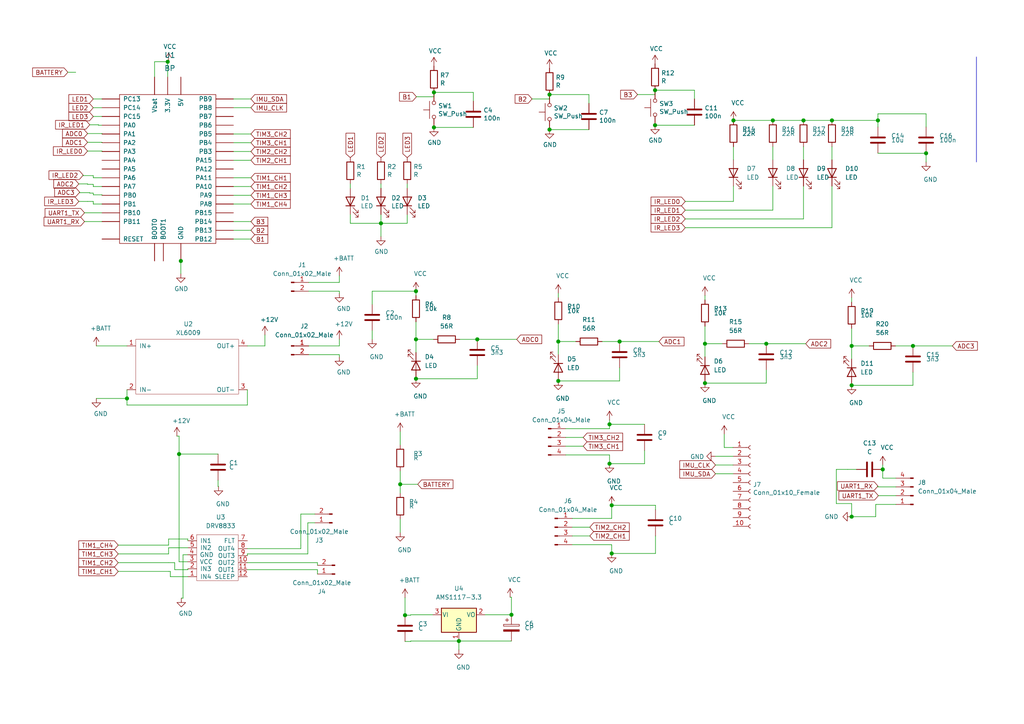
<source format=kicad_sch>
(kicad_sch (version 20200828) (generator eeschema)
  (page 1 1)
  (paper "A4")
  (lib_symbols
    (symbol "Connector:Conn_01x02_Male" (pin_names (offset 1.016) hide)
      (property "Reference" "J" (at 0 2.54 0))
      (property "Value" "Conn_01x02_Male" (at 0 -5.08 0))
      (symbol "Conn_01x02_Male_1_1"
        (pin passive line (at 5.08 0 180) (length 3.81) (name "Pin_1") (number "1"))
        (pin passive line (at 5.08 -2.54 180) (length 3.81) (name "Pin_2") (number "2"))
      )
    )
    (symbol "Connector:Conn_01x04_Male" (pin_names (offset 1.016) hide)
      (property "Reference" "J" (at 0 5.08 0))
      (property "Value" "Conn_01x04_Male" (at 0 -7.62 0))
      (symbol "Conn_01x04_Male_1_1"
        (pin passive line (at 5.08 2.54 180) (length 3.81) (name "Pin_1") (number "1"))
        (pin passive line (at 5.08 0 180) (length 3.81) (name "Pin_2") (number "2"))
        (pin passive line (at 5.08 -2.54 180) (length 3.81) (name "Pin_3") (number "3"))
        (pin passive line (at 5.08 -5.08 180) (length 3.81) (name "Pin_4") (number "4"))
      )
    )
    (symbol "Connector:Conn_01x10_Female" (pin_names (offset 1.016) hide)
      (property "Reference" "J" (at 0 12.7 0))
      (property "Value" "Conn_01x10_Female" (at 0 -15.24 0))
      (symbol "Conn_01x10_Female_1_1"
        (pin passive line (at -5.08 10.16 0) (length 3.81) (name "Pin_1") (number "1"))
        (pin passive line (at -5.08 -12.7 0) (length 3.81) (name "Pin_10") (number "10"))
        (pin passive line (at -5.08 7.62 0) (length 3.81) (name "Pin_2") (number "2"))
        (pin passive line (at -5.08 5.08 0) (length 3.81) (name "Pin_3") (number "3"))
        (pin passive line (at -5.08 2.54 0) (length 3.81) (name "Pin_4") (number "4"))
        (pin passive line (at -5.08 0 0) (length 3.81) (name "Pin_5") (number "5"))
        (pin passive line (at -5.08 -2.54 0) (length 3.81) (name "Pin_6") (number "6"))
        (pin passive line (at -5.08 -5.08 0) (length 3.81) (name "Pin_7") (number "7"))
        (pin passive line (at -5.08 -7.62 0) (length 3.81) (name "Pin_8") (number "8"))
        (pin passive line (at -5.08 -10.16 0) (length 3.81) (name "Pin_9") (number "9"))
      )
    )
    (symbol "Device:C" (pin_numbers hide) (pin_names (offset 0.254))
      (property "Reference" "C" (at 0.635 2.54 0))
      (property "Value" "C" (at 0.635 -2.54 0))
      (symbol "C_1_1"
        (pin passive line (at 0 3.81 270) (length 2.794) (name "~") (number "1"))
        (pin passive line (at 0 -3.81 90) (length 2.794) (name "~") (number "2"))
      )
    )
    (symbol "Device:CP" (pin_numbers hide) (pin_names (offset 0.254))
      (property "Reference" "C" (at 0.635 2.54 0))
      (property "Value" "CP" (at 0.635 -2.54 0))
      (symbol "CP_1_1"
        (pin passive line (at 0 3.81 270) (length 2.794) (name "~") (number "1"))
        (pin passive line (at 0 -3.81 90) (length 2.794) (name "~") (number "2"))
      )
    )
    (symbol "Device:LED" (pin_numbers hide) (pin_names (offset 1.016) hide)
      (property "Reference" "D" (at 0 2.54 0))
      (property "Value" "LED" (at 0 -2.54 0))
      (symbol "LED_1_1"
        (pin passive line (at -3.81 0 0) (length 2.54) (name "K") (number "1"))
        (pin passive line (at 3.81 0 180) (length 2.54) (name "A") (number "2"))
      )
    )
    (symbol "Device:R" (pin_numbers hide) (pin_names (offset 0))
      (property "Reference" "R" (at 2.032 0 90))
      (property "Value" "R" (at 0 0 90))
      (symbol "R_1_1"
        (pin passive line (at 0 3.81 270) (length 1.27) (name "~") (number "1"))
        (pin passive line (at 0 -3.81 90) (length 1.27) (name "~") (number "2"))
      )
    )
    (symbol "Regulator_Linear:AMS1117-3.3" (pin_names (offset 0.254))
      (property "Reference" "U" (at -3.81 3.175 0))
      (property "Value" "AMS1117-3.3" (at 0 3.175 0))
      (symbol "AMS1117-3.3_1_1"
        (pin power_in line (at 0 -7.62 90) (length 2.54) (name "GND") (number "1"))
        (pin power_out line (at 7.62 0 180) (length 2.54) (name "VO") (number "2"))
        (pin power_in line (at -7.62 0 0) (length 2.54) (name "VI") (number "3"))
      )
    )
    (symbol "Switch:SW_Push" (pin_numbers hide) (pin_names (offset 1.016) hide)
      (property "Reference" "SW" (at 1.27 2.54 0))
      (property "Value" "SW_Push" (at 0 -1.524 0))
      (symbol "SW_Push_0_1"
        (pin passive line (at -5.08 0 0) (length 2.54) (name "1") (number "1"))
        (pin passive line (at 5.08 0 180) (length 2.54) (name "2") (number "2"))
      )
    )
    (symbol "cheap_mouse:BP" (pin_numbers hide) (pin_names (offset 1.016))
      (property "Reference" "U" (at -12.7 22.86 0))
      (property "Value" "BP" (at 7.62 -24.13 0))
      (symbol "BP_1_1"
        (pin power_out line (at 3.81 -26.67 90) (length 5.08) (name "GND") (number "G"))
        (pin power_out line (at 3.81 26.67 270) (length 5.08) (name "5V") (number "5V"))
        (pin bidirectional line (at -19.05 12.7 0) (length 5.08) (name "PA0") (number "PA0"))
        (pin bidirectional line (at -19.05 -7.62 0) (length 5.08) (name "PB0") (number "PB0"))
        (pin bidirectional line (at -19.05 10.16 0) (length 5.08) (name "PA1") (number "PA1"))
        (pin bidirectional line (at -19.05 -10.16 0) (length 5.08) (name "PB1") (number "PB1"))
        (pin bidirectional line (at -19.05 7.62 0) (length 5.08) (name "PA2") (number "PA2"))
        (pin input line (at -1.27 -26.67 90) (length 5.08) (name "BOOT1") (number "PB2"))
        (pin bidirectional line (at -19.05 5.08 0) (length 5.08) (name "PA3") (number "PA3"))
        (pin bidirectional line (at 19.05 5.08 180) (length 5.08) (name "PB3") (number "PB3"))
        (pin power_out line (at 0 26.67 270) (length 5.08) (name "3.3V") (number "3V3"))
        (pin bidirectional line (at -19.05 2.54 0) (length 5.08) (name "PA4") (number "PA4"))
        (pin bidirectional line (at 19.05 7.62 180) (length 5.08) (name "PB4") (number "PB4"))
        (pin bidirectional line (at -19.05 0 0) (length 5.08) (name "PA5") (number "PA5"))
        (pin bidirectional line (at 19.05 10.16 180) (length 5.08) (name "PB5") (number "PB5"))
        (pin bidirectional line (at -19.05 -2.54 0) (length 5.08) (name "PA6") (number "PA6"))
        (pin bidirectional line (at 19.05 12.7 180) (length 5.08) (name "PB6") (number "PB6"))
        (pin bidirectional line (at -19.05 -5.08 0) (length 5.08) (name "PA7") (number "PA7"))
        (pin bidirectional line (at 19.05 15.24 180) (length 5.08) (name "PB7") (number "PB7"))
        (pin bidirectional line (at 19.05 -10.16 180) (length 5.08) (name "PA8") (number "PA8"))
        (pin bidirectional line (at 19.05 17.78 180) (length 5.08) (name "PB8") (number "PB8"))
        (pin bidirectional line (at 19.05 -7.62 180) (length 5.08) (name "PA9") (number "PA9"))
        (pin bidirectional line (at 19.05 20.32 180) (length 5.08) (name "PB9") (number "PB9"))
        (pin bidirectional line (at 19.05 -5.08 180) (length 5.08) (name "PA10") (number "PA10"))
        (pin bidirectional line (at -19.05 -12.7 0) (length 5.08) (name "PB10") (number "PB10"))
        (pin bidirectional line (at 19.05 -2.54 180) (length 5.08) (name "PA11") (number "PA11"))
        (pin bidirectional line (at -19.05 -15.24 0) (length 5.08) (name "PB11") (number "PB11"))
        (pin bidirectional line (at 19.05 0 180) (length 5.08) (name "PA12") (number "PA12"))
        (pin bidirectional line (at 19.05 -20.32 180) (length 5.08) (name "PB12") (number "PB12"))
        (pin bidirectional line (at 19.05 -17.78 180) (length 5.08) (name "PB13") (number "PB13"))
        (pin bidirectional line (at -19.05 20.32 0) (length 5.08) (name "PC13") (number "PC13"))
        (pin bidirectional line (at 19.05 -15.24 180) (length 5.08) (name "PB14") (number "PB14"))
        (pin bidirectional line (at -19.05 17.78 0) (length 5.08) (name "PC14") (number "PC14"))
        (pin bidirectional line (at 19.05 2.54 180) (length 5.08) (name "PA15") (number "PA15"))
        (pin bidirectional line (at 19.05 -12.7 180) (length 5.08) (name "PB15") (number "PB15"))
        (pin bidirectional line (at -19.05 15.24 0) (length 5.08) (name "PC15") (number "PC15"))
        (pin power_in line (at -3.81 26.67 270) (length 5.08) (name "Vbat") (number "VBAT"))
        (pin input line (at -3.81 -26.67 90) (length 5.08) (name "BOOT0") (number "BOOT"))
        (pin input line (at -19.05 -20.32 0) (length 5.08) (name "RESET") (number "NRST"))
      )
    )
    (symbol "cheap_mouse:DRV8833" (pin_names (offset 1.016))
      (property "Reference" "U" (at 0 0 0))
      (property "Value" "DRV8833" (at 0 -2.54 0))
      (symbol "DRV8833_1_1"
        (pin input line (at 8.89 10.922 180) (length 2.54) (name "IN4") (number "1"))
        (pin input line (at 8.89 8.636 180) (length 2.54) (name "IN3") (number "2"))
        (pin power_in line (at 9.017 4.572 180) (length 2.54) (name "GND") (number "4"))
        (pin power_in line (at 9.017 6.604 180) (length 2.54) (name "VCC") (number "3"))
        (pin input line (at 8.89 2.54 180) (length 2.54) (name "IN2") (number "5"))
        (pin input line (at 8.89 0.508 180) (length 2.54) (name "IN1") (number "6"))
        (pin input line (at -8.382 0.508 0) (length 2.54) (name "FLT") (number "7"))
        (pin input line (at -8.382 2.794 0) (length 2.54) (name "OUT4") (number "8"))
        (pin power_in line (at -8.382 4.826 0) (length 2.54) (name "OUT3") (number "9"))
        (pin power_in line (at -8.382 6.858 0) (length 2.54) (name "OUT2") (number "10"))
        (pin power_out line (at -8.382 8.89 0) (length 2.54) (name "OUT1") (number "11"))
        (pin input line (at -8.382 10.922 0) (length 2.54) (name "SLEEP") (number "12"))
      )
    )
    (symbol "cheap_mouse:XL6009" (pin_names (offset 1.016))
      (property "Reference" "U" (at 0 0 0))
      (property "Value" "XL6009" (at 0 -3.175 0))
      (symbol "XL6009_1_1"
        (pin power_in line (at -18.415 12.065 0) (length 2.54) (name "IN+") (number "1"))
        (pin power_in line (at -18.415 -0.635 0) (length 2.54) (name "IN-") (number "2"))
        (pin power_out line (at 16.51 12.065 180) (length 2.54) (name "OUT+") (number "4"))
        (pin power_out line (at 16.51 -0.635 180) (length 2.54) (name "OUT-") (number "3"))
      )
    )
    (symbol "power:+12V" (power) (pin_names (offset 0))
      (property "Value" "+12V" (at 0 3.556 0))
      (symbol "+12V_1_1"
        (pin power_in line (at 0 0 90) (length 0) hide (name "+12V") (number "1"))
      )
    )
    (symbol "power:+BATT" (power) (pin_names (offset 0))
      (property "Value" "+BATT" (at 0 3.556 0))
      (symbol "+BATT_1_1"
        (pin power_in line (at 0 0 90) (length 0) hide (name "+BATT") (number "1"))
      )
    )
    (symbol "power:GND" (power) (pin_names (offset 0))
      (property "Value" "GND" (at 0 -3.81 0))
      (symbol "GND_1_1"
        (pin power_in line (at 0 0 270) (length 0) hide (name "GND") (number "1"))
      )
    )
    (symbol "power:VCC" (power) (pin_names (offset 0))
      (property "Value" "VCC" (at 0 3.81 0))
      (symbol "VCC_1_1"
        (pin power_in line (at 0 0 90) (length 0) hide (name "VCC") (number "1"))
      )
    )
  )
  (junction (at 36.83 115.57) (diameter 1.016))
  (junction (at 48.641 17.907) (diameter 1.016))
  (junction (at 51.943 131.699) (diameter 1.016))
  (junction (at 52.451 75.692) (diameter 1.016))
  (junction (at 110.49 64.77) (diameter 1.016))
  (junction (at 116.078 140.462) (diameter 1.016))
  (junction (at 117.475 178.435) (diameter 1.016))
  (junction (at 120.65 84.455) (diameter 1.016))
  (junction (at 120.65 98.425) (diameter 1.016))
  (junction (at 120.65 109.855) (diameter 1.016))
  (junction (at 125.857 26.797) (diameter 1.016))
  (junction (at 125.857 36.957) (diameter 1.016))
  (junction (at 133.096 185.928) (diameter 1.016))
  (junction (at 138.43 98.425) (diameter 1.016))
  (junction (at 148.336 178.308) (diameter 1.016))
  (junction (at 159.385 27.432) (diameter 1.016))
  (junction (at 159.385 37.592) (diameter 1.016))
  (junction (at 161.925 99.06) (diameter 1.016))
  (junction (at 161.925 110.49) (diameter 1.016))
  (junction (at 176.784 123.063) (diameter 1.016))
  (junction (at 176.784 134.493) (diameter 1.016))
  (junction (at 177.419 146.558) (diameter 1.016))
  (junction (at 177.419 160.528) (diameter 1.016))
  (junction (at 179.705 99.06) (diameter 1.016))
  (junction (at 189.992 26.162) (diameter 1.016))
  (junction (at 189.992 36.322) (diameter 1.016))
  (junction (at 204.47 99.695) (diameter 1.016))
  (junction (at 204.47 111.125) (diameter 1.016))
  (junction (at 212.725 34.925) (diameter 1.016))
  (junction (at 222.25 99.695) (diameter 1.016))
  (junction (at 224.155 34.925) (diameter 1.016))
  (junction (at 233.045 34.925) (diameter 1.016))
  (junction (at 241.3 34.925) (diameter 1.016))
  (junction (at 247.015 100.33) (diameter 1.016))
  (junction (at 247.015 111.76) (diameter 1.016))
  (junction (at 247.015 149.86) (diameter 1.016))
  (junction (at 254.635 34.925) (diameter 1.016))
  (junction (at 256.032 136.144) (diameter 1.016))
  (junction (at 264.795 100.33) (diameter 1.016))
  (junction (at 268.605 44.45) (diameter 1.016))
  (wire (pts (xy 19.685 20.955) (xy 21.971 20.955)))
  (wire (pts (xy 22.86 58.42) (xy 25.4 58.42)))
  (wire (pts (xy 23.114 55.753) (xy 23.114 55.88)))
  (wire (pts (xy 23.114 55.88) (xy 26.035 55.88)))
  (wire (pts (xy 24.13 50.927) (xy 24.13 50.8)))
  (wire (pts (xy 24.511 61.722) (xy 29.591 61.722)))
  (wire (pts (xy 24.511 64.262) (xy 29.591 64.262)))
  (wire (pts (xy 25.4 38.735) (xy 29.591 38.735)))
  (wire (pts (xy 25.4 41.275) (xy 29.591 41.275)))
  (wire (pts (xy 25.4 43.815) (xy 29.591 43.815)))
  (wire (pts (xy 25.4 53.34) (xy 22.86 53.34)))
  (wire (pts (xy 25.4 53.467) (xy 25.4 53.34)))
  (wire (pts (xy 25.4 58.42) (xy 27.051 58.42)))
  (wire (pts (xy 26.035 36.195) (xy 28.575 36.195)))
  (wire (pts (xy 26.035 56.007) (xy 26.035 55.88)))
  (wire (pts (xy 27.051 50.927) (xy 24.13 50.927)))
  (wire (pts (xy 27.051 51.562) (xy 27.051 50.927)))
  (wire (pts (xy 27.051 53.467) (xy 25.4 53.467)))
  (wire (pts (xy 27.051 54.102) (xy 27.051 53.467)))
  (wire (pts (xy 27.051 56.007) (xy 26.035 56.007)))
  (wire (pts (xy 27.051 56.515) (xy 27.051 56.007)))
  (wire (pts (xy 27.051 59.182) (xy 27.051 58.42)))
  (wire (pts (xy 27.94 100.33) (xy 36.83 100.33)))
  (wire (pts (xy 28.575 36.322) (xy 28.575 36.195)))
  (wire (pts (xy 29.591 28.702) (xy 27.051 28.702)))
  (wire (pts (xy 29.591 31.242) (xy 27.051 31.242)))
  (wire (pts (xy 29.591 33.782) (xy 27.051 33.782)))
  (wire (pts (xy 29.591 36.322) (xy 28.575 36.322)))
  (wire (pts (xy 29.591 38.735) (xy 29.591 38.862)))
  (wire (pts (xy 29.591 41.275) (xy 29.591 41.402)))
  (wire (pts (xy 29.591 43.815) (xy 29.591 43.942)))
  (wire (pts (xy 29.591 51.562) (xy 27.051 51.562)))
  (wire (pts (xy 29.591 54.102) (xy 27.051 54.102)))
  (wire (pts (xy 29.591 56.515) (xy 27.051 56.515)))
  (wire (pts (xy 29.591 56.515) (xy 29.591 56.642)))
  (wire (pts (xy 29.591 59.182) (xy 27.051 59.182)))
  (wire (pts (xy 34.29 158.115) (xy 48.895 158.115)))
  (wire (pts (xy 34.29 160.655) (xy 48.895 160.655)))
  (wire (pts (xy 34.29 163.195) (xy 48.895 163.195)))
  (wire (pts (xy 34.29 165.735) (xy 48.895 165.735)))
  (wire (pts (xy 36.83 113.03) (xy 36.83 115.57)))
  (wire (pts (xy 36.83 115.57) (xy 27.94 115.57)))
  (wire (pts (xy 36.83 117.475) (xy 36.83 115.57)))
  (wire (pts (xy 44.831 17.907) (xy 44.831 22.352)))
  (wire (pts (xy 48.641 17.907) (xy 44.831 17.907)))
  (wire (pts (xy 48.641 17.907) (xy 48.895 17.907)))
  (wire (pts (xy 48.641 22.352) (xy 48.641 17.907)))
  (wire (pts (xy 48.895 156.337) (xy 54.483 156.337)))
  (wire (pts (xy 48.895 158.115) (xy 48.895 156.337)))
  (wire (pts (xy 48.895 158.877) (xy 48.895 160.655)))
  (wire (pts (xy 48.895 158.877) (xy 54.483 158.877)))
  (wire (pts (xy 48.895 163.195) (xy 50.673 163.195)))
  (wire (pts (xy 49.403 165.735) (xy 48.895 165.735)))
  (wire (pts (xy 49.403 167.259) (xy 49.403 165.735)))
  (wire (pts (xy 50.673 163.195) (xy 50.673 165.227)))
  (wire (pts (xy 50.673 165.227) (xy 54.483 165.227)))
  (wire (pts (xy 51.943 126.492) (xy 51.308 126.492)))
  (wire (pts (xy 51.943 126.492) (xy 51.943 131.699)))
  (wire (pts (xy 51.943 131.699) (xy 51.943 162.941)))
  (wire (pts (xy 51.943 131.699) (xy 63.246 131.699)))
  (wire (pts (xy 51.943 162.941) (xy 54.356 162.941)))
  (wire (pts (xy 52.451 75.565) (xy 52.451 75.692)))
  (wire (pts (xy 52.451 75.692) (xy 52.451 79.375)))
  (wire (pts (xy 53.086 160.909) (xy 53.086 173.482)))
  (wire (pts (xy 53.086 173.482) (xy 52.578 173.482)))
  (wire (pts (xy 54.356 160.909) (xy 53.086 160.909)))
  (wire (pts (xy 54.483 156.337) (xy 54.483 156.845)))
  (wire (pts (xy 54.483 165.227) (xy 54.483 164.973)))
  (wire (pts (xy 54.483 167.259) (xy 49.403 167.259)))
  (wire (pts (xy 63.246 139.319) (xy 63.246 141.097)))
  (wire (pts (xy 63.246 141.097) (xy 63.373 141.097)))
  (wire (pts (xy 67.691 31.242) (xy 72.771 31.242)))
  (wire (pts (xy 67.691 43.942) (xy 72.771 43.942)))
  (wire (pts (xy 67.691 46.482) (xy 72.771 46.482)))
  (wire (pts (xy 67.691 51.562) (xy 72.771 51.562)))
  (wire (pts (xy 67.691 54.102) (xy 72.771 54.102)))
  (wire (pts (xy 67.691 56.642) (xy 72.771 56.642)))
  (wire (pts (xy 67.691 59.182) (xy 72.771 59.182)))
  (wire (pts (xy 71.755 100.33) (xy 76.835 100.33)))
  (wire (pts (xy 71.755 113.03) (xy 71.755 117.475)))
  (wire (pts (xy 71.755 117.475) (xy 36.83 117.475)))
  (wire (pts (xy 71.755 159.131) (xy 87.249 159.131)))
  (wire (pts (xy 71.755 160.655) (xy 71.755 161.163)))
  (wire (pts (xy 71.755 163.195) (xy 92.075 163.195)))
  (wire (pts (xy 72.771 28.702) (xy 67.691 28.702)))
  (wire (pts (xy 72.771 38.862) (xy 67.691 38.862)))
  (wire (pts (xy 72.771 41.402) (xy 67.691 41.402)))
  (wire (pts (xy 72.771 64.262) (xy 67.691 64.262)))
  (wire (pts (xy 72.771 66.802) (xy 67.691 66.802)))
  (wire (pts (xy 72.771 69.342) (xy 67.691 69.342)))
  (wire (pts (xy 76.835 100.33) (xy 76.835 97.155)))
  (wire (pts (xy 87.249 149.098) (xy 91.313 149.098)))
  (wire (pts (xy 87.249 158.115) (xy 87.249 149.098)))
  (wire (pts (xy 87.249 159.131) (xy 87.249 158.115)))
  (wire (pts (xy 89.281 151.638) (xy 89.281 160.655)))
  (wire (pts (xy 89.281 160.655) (xy 71.755 160.655)))
  (wire (pts (xy 89.535 81.915) (xy 98.425 81.915)))
  (wire (pts (xy 89.535 84.455) (xy 98.425 84.455)))
  (wire (pts (xy 89.535 100.33) (xy 98.425 100.33)))
  (wire (pts (xy 89.535 102.87) (xy 98.425 102.87)))
  (wire (pts (xy 91.313 151.638) (xy 89.281 151.638)))
  (wire (pts (xy 92.075 163.195) (xy 92.075 163.957)))
  (wire (pts (xy 92.075 165.227) (xy 71.755 165.227)))
  (wire (pts (xy 92.075 165.735) (xy 92.075 165.227)))
  (wire (pts (xy 92.075 165.735) (xy 92.075 166.497)))
  (wire (pts (xy 98.425 81.915) (xy 98.425 80.01)))
  (wire (pts (xy 98.425 84.455) (xy 98.425 85.09)))
  (wire (pts (xy 98.425 100.33) (xy 98.425 98.425)))
  (wire (pts (xy 98.425 102.87) (xy 98.425 103.505)))
  (wire (pts (xy 101.6 53.34) (xy 101.6 54.61)))
  (wire (pts (xy 101.6 62.23) (xy 101.6 64.77)))
  (wire (pts (xy 101.6 64.77) (xy 110.49 64.77)))
  (wire (pts (xy 107.95 84.455) (xy 107.95 88.265)))
  (wire (pts (xy 107.95 95.885) (xy 107.95 98.425)))
  (wire (pts (xy 110.49 53.34) (xy 110.49 54.61)))
  (wire (pts (xy 110.49 62.23) (xy 110.49 64.77)))
  (wire (pts (xy 110.49 64.77) (xy 110.49 68.58)))
  (wire (pts (xy 110.49 64.77) (xy 118.11 64.77)))
  (wire (pts (xy 116.078 125.222) (xy 116.078 129.032)))
  (wire (pts (xy 116.078 136.652) (xy 116.078 140.462)))
  (wire (pts (xy 116.078 140.462) (xy 116.078 143.002)))
  (wire (pts (xy 116.078 140.462) (xy 121.158 140.462)))
  (wire (pts (xy 116.078 150.622) (xy 116.078 154.432)))
  (wire (pts (xy 117.475 173.355) (xy 117.475 178.435)))
  (wire (pts (xy 117.475 178.435) (xy 119.126 178.435)))
  (wire (pts (xy 117.475 186.055) (xy 119.126 186.055)))
  (wire (pts (xy 118.11 53.34) (xy 118.11 54.61)))
  (wire (pts (xy 118.11 64.77) (xy 118.11 62.23)))
  (wire (pts (xy 119.126 178.308) (xy 125.476 178.308)))
  (wire (pts (xy 119.126 178.435) (xy 119.126 178.308)))
  (wire (pts (xy 119.126 185.928) (xy 133.096 185.928)))
  (wire (pts (xy 119.126 186.055) (xy 119.126 185.928)))
  (wire (pts (xy 120.65 84.455) (xy 107.95 84.455)))
  (wire (pts (xy 120.65 84.455) (xy 120.65 85.725)))
  (wire (pts (xy 120.65 93.345) (xy 120.65 98.425)))
  (wire (pts (xy 120.65 98.425) (xy 120.65 102.235)))
  (wire (pts (xy 120.65 109.855) (xy 138.43 109.855)))
  (wire (pts (xy 120.777 28.067) (xy 125.857 28.067)))
  (wire (pts (xy 125.73 98.425) (xy 120.65 98.425)))
  (wire (pts (xy 125.857 28.067) (xy 125.857 26.797)))
  (wire (pts (xy 125.857 36.957) (xy 137.287 36.957)))
  (wire (pts (xy 133.096 185.928) (xy 133.096 188.468)))
  (wire (pts (xy 133.096 185.928) (xy 148.336 185.928)))
  (wire (pts (xy 133.35 98.425) (xy 138.43 98.425)))
  (wire (pts (xy 137.287 26.797) (xy 125.857 26.797)))
  (wire (pts (xy 137.287 29.337) (xy 137.287 26.797)))
  (wire (pts (xy 138.43 98.425) (xy 149.86 98.425)))
  (wire (pts (xy 138.43 109.855) (xy 138.43 106.045)))
  (wire (pts (xy 140.716 178.308) (xy 148.336 178.308)))
  (wire (pts (xy 148.336 173.228) (xy 147.955 173.228)))
  (wire (pts (xy 148.336 178.308) (xy 148.336 173.228)))
  (wire (pts (xy 154.305 28.702) (xy 159.385 28.702)))
  (wire (pts (xy 159.385 28.702) (xy 159.385 27.432)))
  (wire (pts (xy 159.385 37.592) (xy 170.815 37.592)))
  (wire (pts (xy 161.925 85.09) (xy 161.925 86.36)))
  (wire (pts (xy 161.925 93.98) (xy 161.925 99.06)))
  (wire (pts (xy 161.925 99.06) (xy 161.925 102.87)))
  (wire (pts (xy 161.925 110.49) (xy 179.705 110.49)))
  (wire (pts (xy 164.084 124.333) (xy 176.784 124.333)))
  (wire (pts (xy 164.084 126.873) (xy 169.164 126.873)))
  (wire (pts (xy 164.084 129.413) (xy 169.164 129.413)))
  (wire (pts (xy 164.084 131.953) (xy 176.784 131.953)))
  (wire (pts (xy 165.989 150.368) (xy 177.419 150.368)))
  (wire (pts (xy 165.989 152.908) (xy 171.069 152.908)))
  (wire (pts (xy 165.989 155.448) (xy 171.069 155.448)))
  (wire (pts (xy 165.989 157.988) (xy 177.419 157.988)))
  (wire (pts (xy 167.005 99.06) (xy 161.925 99.06)))
  (wire (pts (xy 170.815 27.432) (xy 159.385 27.432)))
  (wire (pts (xy 170.815 29.972) (xy 170.815 27.432)))
  (wire (pts (xy 174.625 99.06) (xy 179.705 99.06)))
  (wire (pts (xy 176.784 121.793) (xy 176.784 123.063)))
  (wire (pts (xy 176.784 123.063) (xy 176.784 124.333)))
  (wire (pts (xy 176.784 123.063) (xy 186.944 123.063)))
  (wire (pts (xy 176.784 131.953) (xy 176.784 134.493)))
  (wire (pts (xy 176.784 134.493) (xy 186.944 134.493)))
  (wire (pts (xy 177.419 146.558) (xy 190.119 146.558)))
  (wire (pts (xy 177.419 150.368) (xy 177.419 146.558)))
  (wire (pts (xy 177.419 157.988) (xy 177.419 160.528)))
  (wire (pts (xy 177.419 160.528) (xy 190.119 160.528)))
  (wire (pts (xy 179.705 99.06) (xy 191.135 99.06)))
  (wire (pts (xy 179.705 110.49) (xy 179.705 106.68)))
  (wire (pts (xy 184.912 27.432) (xy 189.992 27.432)))
  (wire (pts (xy 186.944 134.493) (xy 186.944 130.683)))
  (wire (pts (xy 189.992 27.432) (xy 189.992 26.162)))
  (wire (pts (xy 189.992 36.322) (xy 201.422 36.322)))
  (wire (pts (xy 190.119 146.558) (xy 190.119 147.828)))
  (wire (pts (xy 190.119 160.528) (xy 190.119 155.448)))
  (wire (pts (xy 198.755 58.42) (xy 212.725 58.42)))
  (wire (pts (xy 198.755 60.96) (xy 224.155 60.96)))
  (wire (pts (xy 198.755 63.5) (xy 233.045 63.5)))
  (wire (pts (xy 198.755 66.04) (xy 241.3 66.04)))
  (wire (pts (xy 201.422 26.162) (xy 189.992 26.162)))
  (wire (pts (xy 201.422 28.702) (xy 201.422 26.162)))
  (wire (pts (xy 204.47 85.725) (xy 204.47 86.995)))
  (wire (pts (xy 204.47 94.615) (xy 204.47 99.695)))
  (wire (pts (xy 204.47 99.695) (xy 204.47 103.505)))
  (wire (pts (xy 204.47 111.125) (xy 222.25 111.125)))
  (wire (pts (xy 207.518 132.334) (xy 212.598 132.334)))
  (wire (pts (xy 207.518 137.414) (xy 212.598 137.414)))
  (wire (pts (xy 209.55 99.695) (xy 204.47 99.695)))
  (wire (pts (xy 210.058 125.984) (xy 210.058 129.794)))
  (wire (pts (xy 210.058 129.794) (xy 212.598 129.794)))
  (wire (pts (xy 212.598 134.874) (xy 207.518 134.874)))
  (wire (pts (xy 212.725 34.925) (xy 224.155 34.925)))
  (wire (pts (xy 212.725 42.545) (xy 212.725 46.355)))
  (wire (pts (xy 212.725 53.975) (xy 212.725 58.42)))
  (wire (pts (xy 217.17 99.695) (xy 222.25 99.695)))
  (wire (pts (xy 222.25 99.695) (xy 233.68 99.695)))
  (wire (pts (xy 222.25 111.125) (xy 222.25 107.315)))
  (wire (pts (xy 224.155 34.925) (xy 233.045 34.925)))
  (wire (pts (xy 224.155 42.545) (xy 224.155 46.355)))
  (wire (pts (xy 224.155 53.975) (xy 224.155 60.96)))
  (wire (pts (xy 233.045 34.925) (xy 241.3 34.925)))
  (wire (pts (xy 233.045 42.545) (xy 233.045 46.355)))
  (wire (pts (xy 233.045 53.975) (xy 233.045 63.5)))
  (wire (pts (xy 241.3 34.925) (xy 254.635 34.925)))
  (wire (pts (xy 241.3 42.545) (xy 241.3 46.355)))
  (wire (pts (xy 241.3 53.975) (xy 241.3 66.04)))
  (wire (pts (xy 242.57 136.144) (xy 245.872 136.144)))
  (wire (pts (xy 242.57 146.05) (xy 242.57 136.144)))
  (wire (pts (xy 245.872 136.144) (xy 248.412 136.144)))
  (wire (pts (xy 247.015 86.36) (xy 247.015 87.63)))
  (wire (pts (xy 247.015 95.25) (xy 247.015 100.33)))
  (wire (pts (xy 247.015 100.33) (xy 247.015 104.14)))
  (wire (pts (xy 247.015 111.76) (xy 264.795 111.76)))
  (wire (pts (xy 247.015 146.05) (xy 242.57 146.05)))
  (wire (pts (xy 247.015 149.86) (xy 247.015 146.05)))
  (wire (pts (xy 247.015 149.86) (xy 254 149.86)))
  (wire (pts (xy 252.095 100.33) (xy 247.015 100.33)))
  (wire (pts (xy 254 146.304) (xy 259.842 146.304)))
  (wire (pts (xy 254 149.86) (xy 254 146.304)))
  (wire (pts (xy 254.635 33.02) (xy 254.635 34.925)))
  (wire (pts (xy 254.635 34.925) (xy 254.635 36.83)))
  (wire (pts (xy 254.635 44.45) (xy 268.605 44.45)))
  (wire (pts (xy 254.635 141.224) (xy 254.635 140.97)))
  (wire (pts (xy 254.762 143.764) (xy 259.842 143.764)))
  (wire (pts (xy 256.032 136.144) (xy 256.032 134.874)))
  (wire (pts (xy 256.032 138.684) (xy 256.032 136.144)))
  (wire (pts (xy 259.715 100.33) (xy 264.795 100.33)))
  (wire (pts (xy 259.842 138.684) (xy 256.032 138.684)))
  (wire (pts (xy 259.842 141.224) (xy 254.635 141.224)))
  (wire (pts (xy 264.795 100.33) (xy 276.225 100.33)))
  (wire (pts (xy 264.795 111.76) (xy 264.795 107.95)))
  (wire (pts (xy 268.605 33.02) (xy 254.635 33.02)))
  (wire (pts (xy 268.605 33.02) (xy 268.605 36.83)))
  (wire (pts (xy 268.605 44.45) (xy 268.605 46.99)))
  (polyline (pts (xy 283.21 46.99) (xy 283.21 16.51)) (stroke (width 0) (type solid)))
  (global_label "BATTERY" (shape input) (at 19.685 20.955 180))
  (global_label "ADC2" (shape input) (at 22.86 53.34 180))
  (global_label "IR_LED3" (shape input) (at 22.86 58.42 180))
  (global_label "ADC3" (shape input) (at 23.114 55.753 180))
  (global_label "IR_LED2" (shape input) (at 24.13 50.8 180))
  (global_label "UART1_TX" (shape input) (at 24.511 61.722 180))
  (global_label "UART1_RX" (shape input) (at 24.511 64.262 180))
  (global_label "ADC0" (shape input) (at 25.4 38.735 180))
  (global_label "ADC1" (shape input) (at 25.4 41.275 180))
  (global_label "IR_LED0" (shape input) (at 25.4 43.815 180))
  (global_label "IR_LED1" (shape input) (at 26.035 36.195 180))
  (global_label "LED1" (shape input) (at 27.051 28.702 180))
  (global_label "LED2" (shape input) (at 27.051 31.242 180))
  (global_label "LED3" (shape input) (at 27.051 33.782 180))
  (global_label "TIM1_CH4" (shape input) (at 34.29 158.115 180))
  (global_label "TIM1_CH3" (shape input) (at 34.29 160.655 180))
  (global_label "TIM1_CH2" (shape input) (at 34.29 163.195 180))
  (global_label "TIM1_CH1" (shape input) (at 34.29 165.735 180))
  (global_label "IMU_SDA" (shape input) (at 72.771 28.702 0))
  (global_label "IMU_CLK" (shape input) (at 72.771 31.242 0))
  (global_label "TIM3_CH2" (shape input) (at 72.771 38.862 0))
  (global_label "TIM3_CH1" (shape input) (at 72.771 41.402 0))
  (global_label "TIM2_CH2" (shape input) (at 72.771 43.942 0))
  (global_label "TIM2_CH1" (shape input) (at 72.771 46.482 0))
  (global_label "TIM1_CH1" (shape input) (at 72.771 51.562 0))
  (global_label "TIM1_CH2" (shape input) (at 72.771 54.102 0))
  (global_label "TIM1_CH3" (shape input) (at 72.771 56.642 0))
  (global_label "TIM1_CH4" (shape input) (at 72.771 59.182 0))
  (global_label "B3" (shape input) (at 72.771 64.262 0))
  (global_label "B2" (shape input) (at 72.771 66.802 0))
  (global_label "B1" (shape input) (at 72.771 69.342 0))
  (global_label "LED1" (shape input) (at 101.6 45.72 90))
  (global_label "LED2" (shape input) (at 110.49 45.72 90))
  (global_label "LED3" (shape input) (at 118.11 45.72 90))
  (global_label "B1" (shape input) (at 120.777 28.067 180))
  (global_label "BATTERY" (shape input) (at 121.158 140.462 0))
  (global_label "ADC0" (shape input) (at 149.86 98.425 0))
  (global_label "B2" (shape input) (at 154.305 28.702 180))
  (global_label "TIM3_CH2" (shape input) (at 169.164 126.873 0))
  (global_label "TIM3_CH1" (shape input) (at 169.164 129.413 0))
  (global_label "TIM2_CH2" (shape input) (at 171.069 152.908 0))
  (global_label "TIM2_CH1" (shape input) (at 171.069 155.448 0))
  (global_label "B3" (shape input) (at 184.912 27.432 180))
  (global_label "ADC1" (shape input) (at 191.135 99.06 0))
  (global_label "IR_LED0" (shape input) (at 198.755 58.42 180))
  (global_label "IR_LED1" (shape input) (at 198.755 60.96 180))
  (global_label "IR_LED2" (shape input) (at 198.755 63.5 180))
  (global_label "IR_LED3" (shape input) (at 198.755 66.04 180))
  (global_label "IMU_CLK" (shape input) (at 207.518 134.874 180))
  (global_label "IMU_SDA" (shape input) (at 207.518 137.414 180))
  (global_label "ADC2" (shape input) (at 233.68 99.695 0))
  (global_label "UART1_RX" (shape input) (at 254.635 140.97 180))
  (global_label "UART1_TX" (shape input) (at 254.762 143.764 180))
  (global_label "ADC3" (shape input) (at 276.225 100.33 0))
  (symbol (lib_id "power:+BATT") (at 27.94 100.33 0) (unit 1)
    (property "Reference" "#PWR0136" (effects hide))
    (property "Value" "+BATT" (at 29.21 95.25 0))
  )
  (symbol (lib_id "power:VCC") (at 48.895 17.907 0) (unit 1)
    (property "Reference" "#PWR0134" (effects hide))
    (property "Value" "VCC" (at 49.276 13.5128 0))
  )
  (symbol (lib_id "power:+12V") (at 51.308 126.492 0) (unit 1)
    (property "Reference" "#PWR0139" (effects hide))
    (property "Value" "+12V" (at 52.578 122.047 0))
  )
  (symbol (lib_id "power:+12V") (at 76.835 97.155 0) (unit 1)
    (property "Reference" "#PWR0123" (effects hide))
    (property "Value" "+12V" (at 78.105 92.71 0))
  )
  (symbol (lib_id "power:+BATT") (at 98.425 80.01 0) (unit 1)
    (property "Reference" "#PWR0124" (effects hide))
    (property "Value" "+BATT" (at 99.695 74.93 0))
  )
  (symbol (lib_id "power:+12V") (at 98.425 98.425 0) (unit 1)
    (property "Reference" "#PWR0143" (effects hide))
    (property "Value" "+12V" (at 99.695 93.98 0))
  )
  (symbol (lib_id "power:+BATT") (at 116.078 125.222 0) (unit 1)
    (property "Reference" "#PWR0129" (effects hide))
    (property "Value" "+BATT" (at 117.348 120.142 0))
  )
  (symbol (lib_id "power:+BATT") (at 117.475 173.355 0) (unit 1)
    (property "Reference" "#PWR0131" (effects hide))
    (property "Value" "+BATT" (at 118.745 168.275 0))
  )
  (symbol (lib_id "power:VCC") (at 120.65 84.455 0) (unit 1)
    (property "Reference" "#PWR0144" (effects hide))
    (property "Value" "VCC" (at 121.92 79.375 0))
  )
  (symbol (lib_id "power:VCC") (at 125.857 19.177 0) (unit 1)
    (property "Reference" "#PWR0127" (effects hide))
    (property "Value" "VCC" (at 126.238 14.7828 0))
  )
  (symbol (lib_id "power:VCC") (at 147.955 173.228 0) (unit 1)
    (property "Reference" "#PWR0107" (effects hide))
    (property "Value" "VCC" (at 149.225 168.148 0))
  )
  (symbol (lib_id "power:VCC") (at 159.385 19.812 0) (unit 1)
    (property "Reference" "#PWR0112" (effects hide))
    (property "Value" "VCC" (at 159.766 15.4178 0))
  )
  (symbol (lib_id "power:VCC") (at 161.925 85.09 0) (unit 1)
    (property "Reference" "#PWR0114" (effects hide))
    (property "Value" "VCC" (at 163.195 80.01 0))
  )
  (symbol (lib_id "power:VCC") (at 176.784 121.793 0) (unit 1)
    (property "Reference" "#PWR0103" (effects hide))
    (property "Value" "VCC" (at 178.054 116.713 0))
  )
  (symbol (lib_id "power:VCC") (at 177.419 146.558 0) (unit 1)
    (property "Reference" "#PWR0104" (effects hide))
    (property "Value" "VCC" (at 178.689 141.478 0))
  )
  (symbol (lib_id "power:VCC") (at 189.992 18.542 0) (unit 1)
    (property "Reference" "#PWR0108" (effects hide))
    (property "Value" "VCC" (at 190.373 14.1478 0))
  )
  (symbol (lib_id "power:VCC") (at 204.47 85.725 0) (unit 1)
    (property "Reference" "#PWR0115" (effects hide))
    (property "Value" "VCC" (at 205.74 80.645 0))
  )
  (symbol (lib_id "power:VCC") (at 210.058 125.984 0) (unit 1)
    (property "Reference" "#PWR0120" (effects hide))
    (property "Value" "VCC" (at 211.328 120.904 0))
  )
  (symbol (lib_id "power:VCC") (at 212.725 34.925 0) (unit 1)
    (property "Reference" "#PWR0110" (effects hide))
    (property "Value" "VCC" (at 213.995 29.845 0))
  )
  (symbol (lib_id "power:VCC") (at 247.015 86.36 0) (unit 1)
    (property "Reference" "#PWR0117" (effects hide))
    (property "Value" "VCC" (at 248.285 81.28 0))
  )
  (symbol (lib_id "power:VCC") (at 256.032 134.874 0) (unit 1)
    (property "Reference" "#PWR0101" (effects hide))
    (property "Value" "VCC" (at 257.302 129.794 0))
  )
  (symbol (lib_id "power:GND") (at 27.94 115.57 0) (unit 1)
    (property "Reference" "#PWR0137" (effects hide))
    (property "Value" "GND" (at 29.21 120.015 0))
  )
  (symbol (lib_id "power:GND") (at 52.451 79.375 0) (unit 1)
    (property "Reference" "#PWR0135" (effects hide))
    (property "Value" "GND" (at 52.578 83.7692 0))
  )
  (symbol (lib_id "power:GND") (at 52.578 173.482 0) (unit 1)
    (property "Reference" "#PWR0133" (effects hide))
    (property "Value" "GND" (at 53.848 177.927 0))
  )
  (symbol (lib_id "power:GND") (at 63.373 141.097 0) (unit 1)
    (property "Reference" "#PWR0138" (effects hide))
    (property "Value" "GND" (at 64.643 146.177 0))
  )
  (symbol (lib_id "power:GND") (at 98.425 85.09 0) (unit 1)
    (property "Reference" "#PWR0142" (effects hide))
    (property "Value" "GND" (at 99.695 89.535 0))
  )
  (symbol (lib_id "power:GND") (at 98.425 103.505 0) (unit 1)
    (property "Reference" "#PWR0141" (effects hide))
    (property "Value" "GND" (at 99.695 107.95 0))
  )
  (symbol (lib_id "power:GND") (at 107.95 98.425 0) (unit 1)
    (property "Reference" "#PWR0140" (effects hide))
    (property "Value" "GND" (at 109.22 103.505 0))
  )
  (symbol (lib_id "power:GND") (at 110.49 68.58 0) (unit 1)
    (property "Reference" "#PWR0125" (effects hide))
    (property "Value" "GND" (at 110.617 72.9742 0))
  )
  (symbol (lib_id "power:GND") (at 116.078 154.432 0) (unit 1)
    (property "Reference" "#PWR0130" (effects hide))
    (property "Value" "GND" (at 117.348 159.512 0))
  )
  (symbol (lib_id "power:GND") (at 120.65 109.855 0) (unit 1)
    (property "Reference" "#PWR0128" (effects hide))
    (property "Value" "GND" (at 121.92 114.935 0))
  )
  (symbol (lib_id "power:GND") (at 125.857 36.957 0) (unit 1)
    (property "Reference" "#PWR0126" (effects hide))
    (property "Value" "GND" (at 125.984 41.3512 0))
  )
  (symbol (lib_id "power:GND") (at 133.096 188.468 0) (unit 1)
    (property "Reference" "#PWR0132" (effects hide))
    (property "Value" "GND" (at 134.366 193.548 0))
  )
  (symbol (lib_id "power:GND") (at 159.385 37.592 0) (unit 1)
    (property "Reference" "#PWR0111" (effects hide))
    (property "Value" "GND" (at 159.512 41.9862 0))
  )
  (symbol (lib_id "power:GND") (at 161.925 110.49 0) (unit 1)
    (property "Reference" "#PWR0113" (effects hide))
    (property "Value" "GND" (at 163.195 115.57 0))
  )
  (symbol (lib_id "power:GND") (at 176.784 134.493 0) (unit 1)
    (property "Reference" "#PWR0105" (effects hide))
    (property "Value" "GND" (at 178.054 139.573 0))
  )
  (symbol (lib_id "power:GND") (at 177.419 160.528 0) (unit 1)
    (property "Reference" "#PWR0106" (effects hide))
    (property "Value" "GND" (at 178.689 165.608 0))
  )
  (symbol (lib_id "power:GND") (at 189.992 36.322 0) (unit 1)
    (property "Reference" "#PWR0109" (effects hide))
    (property "Value" "GND" (at 190.119 40.7162 0))
  )
  (symbol (lib_id "power:GND") (at 204.47 111.125 0) (unit 1)
    (property "Reference" "#PWR0122" (effects hide))
    (property "Value" "GND" (at 205.74 116.205 0))
  )
  (symbol (lib_id "power:GND") (at 207.518 132.334 270) (unit 1)
    (property "Reference" "#PWR0121" (effects hide))
    (property "Value" "GND" (at 204.2668 132.461 90) (effects (justify right)))
  )
  (symbol (lib_id "power:GND") (at 247.015 111.76 0) (unit 1)
    (property "Reference" "#PWR0119" (effects hide))
    (property "Value" "GND" (at 248.285 116.84 0))
  )
  (symbol (lib_id "power:GND") (at 247.015 149.86 270) (unit 1)
    (property "Reference" "#PWR0102" (effects hide))
    (property "Value" "GND" (at 243.205 149.86 90) (effects (justify right)))
  )
  (symbol (lib_id "power:GND") (at 268.605 46.99 0) (unit 1)
    (property "Reference" "#PWR0118" (effects hide))
    (property "Value" "GND" (at 269.875 52.07 0))
  )
  (symbol (lib_id "Device:R") (at 101.6 49.53 0) (unit 1)
    (property "Reference" "R1" (at 103.378 48.3616 0) (effects (justify left)))
    (property "Value" "R" (at 103.378 50.673 0) (effects (justify left)))
    (property "Footprint" "Resistor_SMD:R_0603_1608Metric_Pad1.05x0.95mm_HandSolder" (effects hide))
  )
  (symbol (lib_id "Device:R") (at 110.49 49.53 0) (unit 1)
    (property "Reference" "R2" (at 112.268 48.3616 0) (effects (justify left)))
    (property "Value" "R" (at 112.268 50.673 0) (effects (justify left)))
    (property "Footprint" "Resistor_SMD:R_0603_1608Metric_Pad1.05x0.95mm_HandSolder" (effects hide))
  )
  (symbol (lib_id "Device:R") (at 116.078 132.842 0) (unit 1)
    (property "Reference" "R3" (at 119.888 131.572 0) (effects (justify left)))
    (property "Value" "R" (at 119.888 132.842 0) (effects (justify left)))
    (property "Footprint" "Resistor_SMD:R_0603_1608Metric_Pad1.05x0.95mm_HandSolder" (effects hide))
  )
  (symbol (lib_id "Device:R") (at 116.078 146.812 0) (unit 1)
    (property "Reference" "R4" (at 118.618 145.542 0) (effects (justify left)))
    (property "Value" "R" (at 118.618 146.812 0) (effects (justify left)))
    (property "Footprint" "Resistor_SMD:R_0603_1608Metric_Pad1.05x0.95mm_HandSolder" (effects hide))
  )
  (symbol (lib_id "Device:R") (at 118.11 49.53 0) (unit 1)
    (property "Reference" "R5" (at 119.888 48.3616 0) (effects (justify left)))
    (property "Value" "R" (at 119.888 50.673 0) (effects (justify left)))
    (property "Footprint" "Resistor_SMD:R_0603_1608Metric_Pad1.05x0.95mm_HandSolder" (effects hide))
  )
  (symbol (lib_id "Device:R") (at 120.65 89.535 0) (unit 1)
    (property "Reference" "R6" (at 123.19 88.265 0) (effects (justify left)))
    (property "Value" "10k" (at 123.19 89.535 0) (effects (justify left)))
    (property "Footprint" "Resistor_SMD:R_0603_1608Metric_Pad1.05x0.95mm_HandSolder" (effects hide))
  )
  (symbol (lib_id "Device:R") (at 125.857 22.987 0) (unit 1)
    (property "Reference" "R7" (at 127.635 21.8186 0) (effects (justify left)))
    (property "Value" "R" (at 127.635 24.13 0) (effects (justify left)))
    (property "Footprint" "Resistor_SMD:R_0603_1608Metric" (effects hide))
  )
  (symbol (lib_id "Device:R") (at 129.54 98.425 90) (unit 1)
    (property "Reference" "R8" (at 129.54 92.075 90))
    (property "Value" "56R" (at 129.54 94.615 90))
    (property "Footprint" "Resistor_SMD:R_0603_1608Metric_Pad1.05x0.95mm_HandSolder" (effects hide))
  )
  (symbol (lib_id "Device:R") (at 159.385 23.622 0) (unit 1)
    (property "Reference" "R9" (at 161.163 22.4536 0) (effects (justify left)))
    (property "Value" "R" (at 161.163 24.765 0) (effects (justify left)))
    (property "Footprint" "Resistor_SMD:R_0603_1608Metric" (effects hide))
  )
  (symbol (lib_id "Device:R") (at 161.925 90.17 0) (unit 1)
    (property "Reference" "R10" (at 164.465 88.9 0) (effects (justify left)))
    (property "Value" "10k" (at 164.465 90.17 0) (effects (justify left)))
    (property "Footprint" "Resistor_SMD:R_0603_1608Metric_Pad1.05x0.95mm_HandSolder" (effects hide))
  )
  (symbol (lib_id "Device:R") (at 170.815 99.06 90) (unit 1)
    (property "Reference" "R11" (at 170.815 92.71 90))
    (property "Value" "56R" (at 170.815 95.25 90))
    (property "Footprint" "Resistor_SMD:R_0603_1608Metric_Pad1.05x0.95mm_HandSolder" (effects hide))
  )
  (symbol (lib_id "Device:R") (at 189.992 22.352 0) (unit 1)
    (property "Reference" "R12" (at 191.77 21.1836 0) (effects (justify left)))
    (property "Value" "R" (at 191.77 23.495 0) (effects (justify left)))
    (property "Footprint" "Resistor_SMD:R_0603_1608Metric" (effects hide))
  )
  (symbol (lib_id "Device:R") (at 204.47 90.805 0) (unit 1)
    (property "Reference" "R13" (at 207.01 89.535 0) (effects (justify left)))
    (property "Value" "10k" (at 207.01 90.805 0) (effects (justify left)))
    (property "Footprint" "Resistor_SMD:R_0603_1608Metric_Pad1.05x0.95mm_HandSolder" (effects hide))
  )
  (symbol (lib_id "Device:R") (at 212.725 38.735 0) (unit 1)
    (property "Reference" "R14" (at 215.265 37.465 0) (effects (justify left)))
    (property "Value" "22R" (at 215.265 38.735 0) (effects (justify left)))
    (property "Footprint" "Resistor_SMD:R_0603_1608Metric_Pad1.05x0.95mm_HandSolder" (effects hide))
  )
  (symbol (lib_id "Device:R") (at 213.36 99.695 90) (unit 1)
    (property "Reference" "R15" (at 213.36 93.345 90))
    (property "Value" "56R" (at 213.36 95.885 90))
    (property "Footprint" "Resistor_SMD:R_0603_1608Metric_Pad1.05x0.95mm_HandSolder" (effects hide))
  )
  (symbol (lib_id "Device:R") (at 224.155 38.735 0) (unit 1)
    (property "Reference" "R16" (at 226.695 37.465 0) (effects (justify left)))
    (property "Value" "22R" (at 226.695 38.735 0) (effects (justify left)))
    (property "Footprint" "Resistor_SMD:R_0603_1608Metric_Pad1.05x0.95mm_HandSolder" (effects hide))
  )
  (symbol (lib_id "Device:R") (at 233.045 38.735 0) (unit 1)
    (property "Reference" "R17" (at 235.585 37.465 0) (effects (justify left)))
    (property "Value" "22R" (at 235.585 38.735 0) (effects (justify left)))
    (property "Footprint" "Resistor_SMD:R_0603_1608Metric_Pad1.05x0.95mm_HandSolder" (effects hide))
  )
  (symbol (lib_id "Device:R") (at 241.3 38.735 0) (unit 1)
    (property "Reference" "R18" (at 243.84 37.465 0) (effects (justify left)))
    (property "Value" "22R" (at 243.84 38.735 0) (effects (justify left)))
    (property "Footprint" "Resistor_SMD:R_0603_1608Metric_Pad1.05x0.95mm_HandSolder" (effects hide))
  )
  (symbol (lib_id "Device:R") (at 247.015 91.44 0) (unit 1)
    (property "Reference" "R19" (at 249.555 90.17 0) (effects (justify left)))
    (property "Value" "10k" (at 249.555 91.44 0) (effects (justify left)))
    (property "Footprint" "Resistor_SMD:R_0603_1608Metric_Pad1.05x0.95mm_HandSolder" (effects hide))
  )
  (symbol (lib_id "Device:R") (at 255.905 100.33 90) (unit 1)
    (property "Reference" "R20" (at 255.905 93.98 90))
    (property "Value" "56R" (at 255.905 96.52 90))
    (property "Footprint" "Resistor_SMD:R_0603_1608Metric_Pad1.05x0.95mm_HandSolder" (effects hide))
  )
  (symbol (lib_id "Connector:Conn_01x02_Male") (at 84.455 81.915 0) (unit 1)
    (property "Reference" "J1" (at 87.63 76.835 0))
    (property "Value" "Conn_01x02_Male" (at 87.63 79.375 0))
    (property "Footprint" "Connector_PinSocket_2.54mm:PinSocket_1x02_P2.54mm_Vertical" (effects hide))
  )
  (symbol (lib_id "Connector:Conn_01x02_Male") (at 84.455 100.33 0) (unit 1)
    (property "Reference" "J2" (at 88.265 94.615 0))
    (property "Value" "Conn_01x02_Male" (at 88.265 97.155 0))
    (property "Footprint" "Connector_PinSocket_2.54mm:PinSocket_1x02_P2.54mm_Vertical" (effects hide))
  )
  (symbol (lib_id "Connector:Conn_01x02_Male") (at 96.393 151.638 180) (unit 1)
    (property "Reference" "J3" (at 92.583 156.718 0))
    (property "Value" "Conn_01x02_Male" (at 92.583 154.178 0))
    (property "Footprint" "Connector_PinHeader_2.54mm:PinHeader_1x02_P2.54mm_Vertical" (effects hide))
  )
  (symbol (lib_id "Connector:Conn_01x02_Male") (at 97.155 166.497 180) (unit 1)
    (property "Reference" "J4" (at 93.345 171.577 0))
    (property "Value" "Conn_01x02_Male" (at 93.345 169.037 0))
    (property "Footprint" "Connector_PinHeader_2.54mm:PinHeader_1x02_P2.54mm_Vertical" (effects hide))
  )
  (symbol (lib_id "Device:LED") (at 101.6 58.42 90) (unit 1)
    (property "Reference" "D1" (at 104.5972 57.4294 90) (effects (justify right)))
    (property "Value" "LED" (at 104.5972 59.7408 90) (effects (justify right)))
    (property "Footprint" "LED_SMD:LED_0603_1608Metric_Pad1.05x0.95mm_HandSolder" (effects hide))
  )
  (symbol (lib_id "Device:LED") (at 110.49 58.42 90) (unit 1)
    (property "Reference" "D2" (at 113.4872 57.4294 90) (effects (justify right)))
    (property "Value" "LED" (at 113.4872 59.7408 90) (effects (justify right)))
    (property "Footprint" "LED_SMD:LED_0603_1608Metric_Pad1.05x0.95mm_HandSolder" (effects hide))
  )
  (symbol (lib_id "Device:LED") (at 118.11 58.42 90) (unit 1)
    (property "Reference" "D3" (at 121.1072 57.4294 90) (effects (justify right)))
    (property "Value" "LED" (at 121.1072 59.7408 90) (effects (justify right)))
    (property "Footprint" "LED_SMD:LED_0603_1608Metric_Pad1.05x0.95mm_HandSolder" (effects hide))
  )
  (symbol (lib_id "Device:LED") (at 120.65 106.045 270) (unit 1)
    (property "Reference" "D4" (at 123.19 103.505 90) (effects (justify left)))
    (property "Value" "LED" (at 123.19 106.045 90) (effects (justify left)))
    (property "Footprint" "LED_THT:LED_D5.0mm" (effects hide))
  )
  (symbol (lib_id "Device:LED") (at 161.925 106.68 270) (unit 1)
    (property "Reference" "D5" (at 164.465 104.14 90) (effects (justify left)))
    (property "Value" "LED" (at 164.465 106.68 90) (effects (justify left)))
    (property "Footprint" "LED_THT:LED_D5.0mm" (effects hide))
  )
  (symbol (lib_id "Device:LED") (at 204.47 107.315 270) (unit 1)
    (property "Reference" "D6" (at 207.01 104.775 90) (effects (justify left)))
    (property "Value" "LED" (at 207.01 107.315 90) (effects (justify left)))
    (property "Footprint" "LED_THT:LED_D5.0mm" (effects hide))
  )
  (symbol (lib_id "Device:LED") (at 212.725 50.165 90) (unit 1)
    (property "Reference" "D7" (at 216.535 48.895 90) (effects (justify right)))
    (property "Value" "LED" (at 216.535 51.435 90) (effects (justify right)))
    (property "Footprint" "LED_THT:LED_D5.0mm" (effects hide))
  )
  (symbol (lib_id "Device:LED") (at 224.155 50.165 90) (unit 1)
    (property "Reference" "D8" (at 227.965 48.895 90) (effects (justify right)))
    (property "Value" "LED" (at 227.965 51.435 90) (effects (justify right)))
    (property "Footprint" "LED_THT:LED_D5.0mm" (effects hide))
  )
  (symbol (lib_id "Device:LED") (at 233.045 50.165 90) (unit 1)
    (property "Reference" "D9" (at 236.855 48.895 90) (effects (justify right)))
    (property "Value" "LED" (at 236.855 51.435 90) (effects (justify right)))
    (property "Footprint" "LED_THT:LED_D5.0mm" (effects hide))
  )
  (symbol (lib_id "Device:LED") (at 241.3 50.165 90) (unit 1)
    (property "Reference" "D10" (at 245.11 48.895 90) (effects (justify right)))
    (property "Value" "LED" (at 245.11 51.435 90) (effects (justify right)))
    (property "Footprint" "LED_THT:LED_D5.0mm" (effects hide))
  )
  (symbol (lib_id "Device:LED") (at 247.015 107.95 270) (unit 1)
    (property "Reference" "D11" (at 249.555 105.41 90) (effects (justify left)))
    (property "Value" "LED" (at 249.555 107.95 90) (effects (justify left)))
    (property "Footprint" "LED_THT:LED_D5.0mm" (effects hide))
  )
  (symbol (lib_id "Device:C") (at 63.246 135.509 0) (unit 1)
    (property "Reference" "C1" (at 66.421 134.239 0) (effects (justify left)))
    (property "Value" "C" (at 66.421 135.509 0) (effects (justify left)))
    (property "Footprint" "Capacitor_SMD:C_0603_1608Metric_Pad1.05x0.95mm_HandSolder" (effects hide))
  )
  (symbol (lib_id "Device:C") (at 107.95 92.075 0) (unit 1)
    (property "Reference" "C2" (at 111.76 90.805 0) (effects (justify left)))
    (property "Value" "100n" (at 111.76 92.075 0) (effects (justify left)))
    (property "Footprint" "Capacitor_SMD:C_0603_1608Metric_Pad1.05x0.95mm_HandSolder" (effects hide))
  )
  (symbol (lib_id "Device:C") (at 117.475 182.245 0) (unit 1)
    (property "Reference" "C3" (at 121.285 180.975 0) (effects (justify left)))
    (property "Value" "C" (at 121.285 182.245 0) (effects (justify left)))
    (property "Footprint" "Capacitor_SMD:C_0603_1608Metric" (effects hide))
  )
  (symbol (lib_id "Device:C") (at 137.287 33.147 0) (unit 1)
    (property "Reference" "C4" (at 140.208 31.9786 0) (effects (justify left)))
    (property "Value" "100n" (at 140.208 34.29 0) (effects (justify left)))
    (property "Footprint" "Capacitor_SMD:C_0603_1608Metric" (effects hide))
  )
  (symbol (lib_id "Device:C") (at 138.43 102.235 0) (unit 1)
    (property "Reference" "C5" (at 142.24 100.965 0) (effects (justify left)))
    (property "Value" "3n3" (at 142.24 102.235 0) (effects (justify left)))
    (property "Footprint" "Capacitor_SMD:C_0603_1608Metric_Pad1.05x0.95mm_HandSolder" (effects hide))
  )
  (symbol (lib_id "Device:CP") (at 148.336 182.118 0) (unit 1)
    (property "Reference" "C6" (at 152.146 180.848 0) (effects (justify left)))
    (property "Value" "CP" (at 152.146 182.118 0) (effects (justify left)))
    (property "Footprint" "Capacitor_Tantalum_SMD:CP_EIA-6032-15_Kemet-U_Pad2.25x2.35mm_HandSolder" (effects hide))
  )
  (symbol (lib_id "Device:C") (at 170.815 33.782 0) (unit 1)
    (property "Reference" "C7" (at 173.736 32.6136 0) (effects (justify left)))
    (property "Value" "100n" (at 173.736 34.925 0) (effects (justify left)))
    (property "Footprint" "Capacitor_SMD:C_0603_1608Metric" (effects hide))
  )
  (symbol (lib_id "Device:C") (at 179.705 102.87 0) (unit 1)
    (property "Reference" "C8" (at 183.515 101.6 0) (effects (justify left)))
    (property "Value" "3n3" (at 183.515 102.87 0) (effects (justify left)))
    (property "Footprint" "Capacitor_SMD:C_0603_1608Metric_Pad1.05x0.95mm_HandSolder" (effects hide))
  )
  (symbol (lib_id "Device:C") (at 186.944 126.873 0) (unit 1)
    (property "Reference" "C9" (at 190.754 125.603 0) (effects (justify left)))
    (property "Value" "C" (at 190.754 126.873 0) (effects (justify left)))
    (property "Footprint" "Capacitor_SMD:C_0603_1608Metric_Pad1.05x0.95mm_HandSolder" (effects hide))
  )
  (symbol (lib_id "Device:C") (at 190.119 151.638 0) (unit 1)
    (property "Reference" "C10" (at 193.929 150.368 0) (effects (justify left)))
    (property "Value" "C" (at 193.929 151.638 0) (effects (justify left)))
    (property "Footprint" "Capacitor_SMD:C_0603_1608Metric_Pad1.05x0.95mm_HandSolder" (effects hide))
  )
  (symbol (lib_id "Device:C") (at 201.422 32.512 0) (unit 1)
    (property "Reference" "C11" (at 204.343 31.3436 0) (effects (justify left)))
    (property "Value" "100n" (at 204.343 33.655 0) (effects (justify left)))
    (property "Footprint" "Capacitor_SMD:C_0603_1608Metric" (effects hide))
  )
  (symbol (lib_id "Device:C") (at 222.25 103.505 0) (unit 1)
    (property "Reference" "C12" (at 226.06 102.235 0) (effects (justify left)))
    (property "Value" "3n3" (at 226.06 103.505 0) (effects (justify left)))
    (property "Footprint" "Capacitor_SMD:C_0603_1608Metric_Pad1.05x0.95mm_HandSolder" (effects hide))
  )
  (symbol (lib_id "Device:C") (at 252.222 136.144 90) (unit 1)
    (property "Reference" "C13" (at 252.222 128.524 90))
    (property "Value" "C" (at 252.222 131.064 90))
    (property "Footprint" "Capacitor_SMD:C_0603_1608Metric_Pad1.05x0.95mm_HandSolder" (effects hide))
  )
  (symbol (lib_id "Device:C") (at 254.635 40.64 0) (unit 1)
    (property "Reference" "C14" (at 258.445 39.37 0) (effects (justify left)))
    (property "Value" "10u" (at 258.445 40.64 0) (effects (justify left)))
    (property "Footprint" "Capacitor_SMD:C_0603_1608Metric_Pad1.05x0.95mm_HandSolder" (effects hide))
  )
  (symbol (lib_id "Device:C") (at 264.795 104.14 0) (unit 1)
    (property "Reference" "C15" (at 268.605 102.87 0) (effects (justify left)))
    (property "Value" "3n3" (at 268.605 104.14 0) (effects (justify left)))
    (property "Footprint" "Capacitor_SMD:C_0603_1608Metric_Pad1.05x0.95mm_HandSolder" (effects hide))
  )
  (symbol (lib_id "Device:C") (at 268.605 40.64 0) (unit 1)
    (property "Reference" "C16" (at 272.415 39.37 0) (effects (justify left)))
    (property "Value" "100n" (at 272.415 40.64 0) (effects (justify left)))
    (property "Footprint" "Capacitor_SMD:C_0603_1608Metric_Pad1.05x0.95mm_HandSolder" (effects hide))
  )
  (symbol (lib_id "Switch:SW_Push") (at 125.857 31.877 90) (unit 1)
    (property "Reference" "SW1" (at 127.0762 30.7086 90) (effects (justify right)))
    (property "Value" "SW_Push" (at 127.0762 33.02 90) (effects (justify right)))
    (property "Footprint" "Button_Switch_THT:SW_PUSH_6mm" (effects hide))
  )
  (symbol (lib_id "Switch:SW_Push") (at 159.385 32.512 90) (unit 1)
    (property "Reference" "SW2" (at 160.6042 31.3436 90) (effects (justify right)))
    (property "Value" "SW_Push" (at 160.6042 33.655 90) (effects (justify right)))
    (property "Footprint" "Button_Switch_THT:SW_PUSH_6mm" (effects hide))
  )
  (symbol (lib_id "Switch:SW_Push") (at 189.992 31.242 90) (unit 1)
    (property "Reference" "SW3" (at 191.2112 30.0736 90) (effects (justify right)))
    (property "Value" "SW_Push" (at 191.2112 32.385 90) (effects (justify right)))
    (property "Footprint" "Button_Switch_THT:SW_PUSH_6mm" (effects hide))
  )
  (symbol (lib_id "Connector:Conn_01x04_Male") (at 159.004 126.873 0) (unit 1)
    (property "Reference" "J5" (at 162.814 119.253 0))
    (property "Value" "Conn_01x04_Male" (at 162.814 121.793 0))
    (property "Footprint" "Connector_PinHeader_2.54mm:PinHeader_1x04_P2.54mm_Vertical" (effects hide))
  )
  (symbol (lib_id "Connector:Conn_01x04_Male") (at 160.909 152.908 0) (unit 1)
    (property "Reference" "J6" (at 164.719 145.288 0))
    (property "Value" "Conn_01x04_Male" (at 164.719 147.828 0))
    (property "Footprint" "Connector_PinHeader_2.54mm:PinHeader_1x04_P2.54mm_Vertical" (effects hide))
  )
  (symbol (lib_id "Connector:Conn_01x04_Male") (at 264.922 143.764 180) (unit 1)
    (property "Reference" "J8" (at 266.192 139.954 0) (effects (justify right)))
    (property "Value" "Conn_01x04_Male" (at 266.192 142.494 0) (effects (justify right)))
    (property "Footprint" "Connector_PinHeader_2.54mm:PinHeader_1x04_P2.54mm_Vertical" (effects hide))
  )
  (symbol (lib_id "Connector:Conn_01x10_Female") (at 217.678 139.954 0) (unit 1)
    (property "Reference" "J7" (at 218.3892 140.5636 0) (effects (justify left)))
    (property "Value" "Conn_01x10_Female" (at 218.3892 142.875 0) (effects (justify left)))
    (property "Footprint" "Connector_PinSocket_2.54mm:PinSocket_1x10_P2.54mm_Vertical" (effects hide))
  )
  (symbol (lib_id "Regulator_Linear:AMS1117-3.3") (at 133.096 178.308 0) (unit 1)
    (property "Reference" "U4" (at 133.096 170.688 0))
    (property "Value" "AMS1117-3.3" (at 133.096 173.228 0))
    (property "Footprint" "Package_TO_SOT_SMD:SOT-223-3_TabPin2" (effects hide))
    (property "Datasheet" "http://www.advanced-monolithic.com/pdf/ds1117.pdf" (effects hide))
  )
  (symbol (lib_id "cheap_mouse:DRV8833") (at 63.373 156.337 180) (unit 1)
    (property "Reference" "U3" (at 64.008 149.987 0))
    (property "Value" "DRV8833" (at 64.008 152.527 0))
    (property "Footprint" "cheap_mouse:DRV8833 module" (effects hide))
  )
  (symbol (lib_id "cheap_mouse:XL6009") (at 55.245 112.395 0) (unit 1)
    (property "Reference" "U2" (at 54.61 93.98 0))
    (property "Value" "XL6009" (at 54.61 96.52 0))
    (property "Footprint" "cheap_mouse:XL6009 module" (effects hide))
  )
  (symbol (lib_id "cheap_mouse:BP") (at 48.641 49.022 0) (unit 1)
    (property "Reference" "U1" (at 49.276 16.002 0) (effects (font (size 1.524 1.524))))
    (property "Value" "BP" (at 49.276 19.812 0) (effects (font (size 1.524 1.524))))
    (property "Footprint" "cheap_mouse:BLUEPILL" (effects hide))
  )
)
</source>
